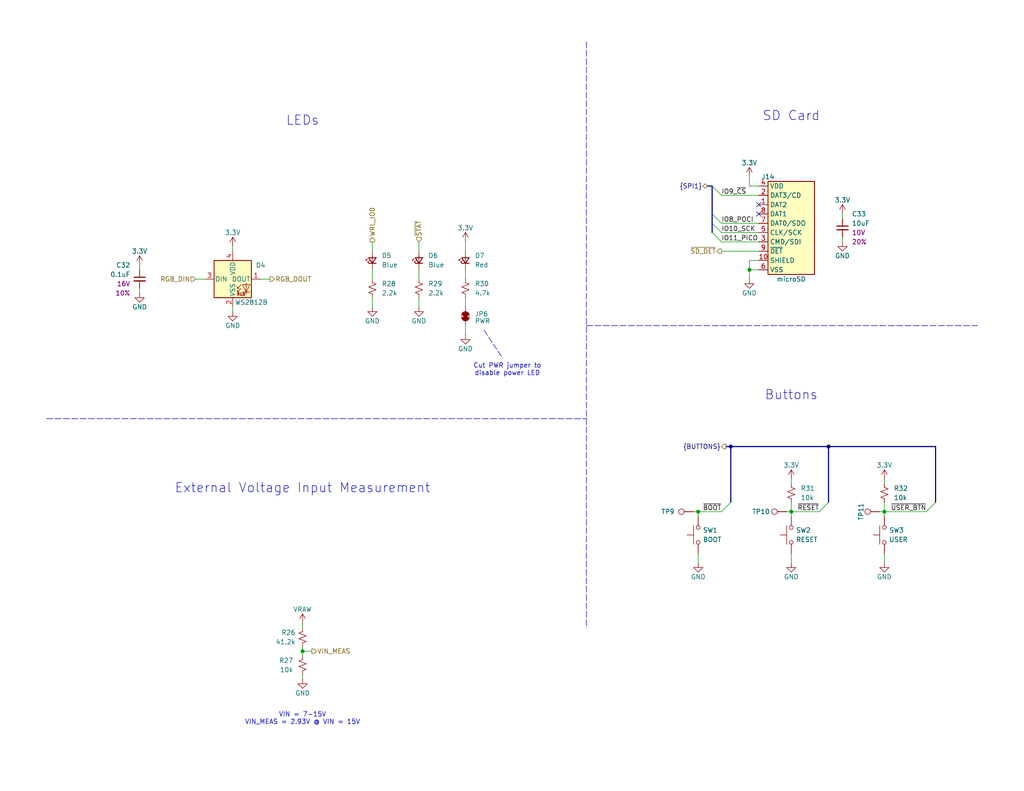
<source format=kicad_sch>
(kicad_sch (version 20231120) (generator "eeschema") (generator_version "8.0")
  (paper "USLetter")
  (title_block (title "Peripheral Components") (date "2024-12-03") (rev "v01") (company "SparkFun Electronics") (comment 1 "Designed by: Alex Brudner"))
  (lib_symbols
    (symbol "SparkFun-Capacitor:0.1uF_0402_16V_10%" (pin_numbers hide) (pin_names (offset 0.254))
      (property "Reference" "C" (at 0.635 2.54 0))
      (property "Value" "0.1uF" (at 0.635 -2.54 0))
      (property "Voltage" "16V" (at 0 -6.35 0))
      (property "Tolerance" "10%" (at 0 -8.89 0))
      (symbol "0.1uF_0402_16V_10%_0_1"
        (polyline (pts (xy -1.524 -0.508) (xy 1.524 -0.508)) (stroke (width 0.3302)))
        (polyline (pts (xy -1.524 0.508) (xy 1.524 0.508)) (stroke (width 0.3048)))
      )
      (symbol "0.1uF_0402_16V_10%_1_1"
        (pin passive line (at 0 2.54 270) (length 2.032) (name "~") (number "1"))
        (pin passive line (at 0 -2.54 90) (length 2.032) (name "~") (number "2"))
      )
    )
    (symbol "SparkFun-Capacitor:10uF_0603_10V_20%" (pin_numbers hide) (pin_names (offset 0.254))
      (property "Reference" "C" (at 0.635 2.54 0))
      (property "Value" "10uF" (at 0.635 -2.54 0))
      (property "Voltage" "10V" (at 0 -6.35 0))
      (property "Tolerance" "20%" (at 0 -8.89 0))
      (symbol "10uF_0603_10V_20%_0_1"
        (polyline (pts (xy -1.524 -0.508) (xy 1.524 -0.508)) (stroke (width 0.3302)))
        (polyline (pts (xy -1.524 0.508) (xy 1.524 0.508)) (stroke (width 0.3048)))
      )
      (symbol "10uF_0603_10V_20%_1_1"
        (pin passive line (at 0 2.54 270) (length 2.032) (name "~") (number "1"))
        (pin passive line (at 0 -2.54 90) (length 2.032) (name "~") (number "2"))
      )
    )
    (symbol "SparkFun-Connector:TestPoint_1.0mm" (pin_numbers hide) (pin_names (offset 0.762) hide)
      (property "Reference" "TP" (at 0 5.08 0))
      (symbol "TestPoint_1.0mm_0_1"
        (circle (center 0 3.302) (radius 0.762))
      )
      (symbol "TestPoint_1.0mm_1_1"
        (pin passive line (at 0 0 90) (length 2.54) (name "1") (number "1"))
      )
    )
    (symbol "SparkFun-Connector:microSD_PushPush"
      (property "Reference" "J" (at -6.35 15.24 0))
      (property "Value" "microSD" (at 0 -12.7 0))
      (symbol "microSD_PushPush_1_1"
        (rectangle (start -6.35 13.97) (end 6.35 -11.43) (stroke (width 0.254)) (fill (type background)))
        (pin bidirectional line (at -8.89 7.62 0) (length 2.54) (name "DAT2") (number "1"))
        (pin passive line (at -8.89 -7.62 0) (length 2.54) (name "SHIELD") (number "10"))
        (pin bidirectional line (at -8.89 10.16 0) (length 2.54) (name "DAT3/CD") (number "2"))
        (pin input line (at -8.89 -2.54 0) (length 2.54) (name "CMD/SDI") (number "3"))
        (pin power_in line (at -8.89 12.7 0) (length 2.54) (name "VDD") (number "4"))
        (pin input line (at -8.89 0 0) (length 2.54) (name "CLK/SCK") (number "5"))
        (pin power_in line (at -8.89 -10.16 0) (length 2.54) (name "VSS") (number "6"))
        (pin bidirectional line (at -8.89 2.54 0) (length 2.54) (name "DAT0/SDO") (number "7"))
        (pin bidirectional line (at -8.89 5.08 0) (length 2.54) (name "DAT1") (number "8"))
        (pin passive line (at -8.89 -5.08 0) (length 2.54) (name "~{DET}") (number "9"))
      )
    )
    (symbol "SparkFun-Jumper:SolderJumper_2_Bridged" (pin_numbers hide) (pin_names (offset 0) hide)
      (property "Reference" "JP" (at 0 2.032 0))
      (property "Value" "~" (at 0 -2.54 0))
      (symbol "SolderJumper_2_Bridged_0_1"
        (rectangle (start -0.508 0.508) (end 0.508 -0.508) (fill (type outline)))
        (arc (start -0.254 1.016) (mid -1.2656 0) (end -0.254 -1.016))
        (arc (start -0.254 1.016) (mid -1.2656 0) (end -0.254 -1.016) (fill (type outline)))
        (polyline (pts (xy -0.254 1.016) (xy -0.254 -1.016)))
        (polyline (pts (xy 0.254 1.016) (xy 0.254 -1.016)))
        (arc (start 0.254 -1.016) (mid 1.2656 0) (end 0.254 1.016))
        (arc (start 0.254 -1.016) (mid 1.2656 0) (end 0.254 1.016) (fill (type outline)))
      )
      (symbol "SolderJumper_2_Bridged_1_1"
        (pin passive line (at -2.54 0 0) (length 1.27) (name "A") (number "1"))
        (pin passive line (at 2.54 0 180) (length 1.27) (name "B") (number "2"))
      )
    )
    (symbol "SparkFun-LED:LED_Blue_0603" (pin_numbers hide) (pin_names (offset 1.016) hide)
      (property "Reference" "D" (at 0 2.54 0))
      (property "Value" "Blue" (at 0 -2.54 0))
      (symbol "LED_Blue_0603_0_1"
        (polyline (pts (xy -0.762 -1.016) (xy -0.762 1.016)) (stroke (width 0.254)))
        (polyline (pts (xy 1.016 0) (xy -0.762 0)))
        (polyline (pts (xy 0.762 -1.016) (xy -0.762 0) (xy 0.762 1.016) (xy 0.762 -1.016)) (stroke (width 0.254)))
        (polyline (pts (xy 0 0.762) (xy -0.508 1.27) (xy -0.254 1.27) (xy -0.508 1.27) (xy -0.508 1.016)))
        (polyline (pts (xy 0.508 1.27) (xy 0 1.778) (xy 0.254 1.778) (xy 0 1.778) (xy 0 1.524)))
      )
      (symbol "LED_Blue_0603_1_1"
        (pin passive line (at -2.54 0 0) (length 1.778) (name "K") (number "1"))
        (pin passive line (at 2.54 0 180) (length 1.778) (name "A") (number "2"))
      )
    )
    (symbol "SparkFun-LED:LED_Red_0603" (pin_numbers hide) (pin_names (offset 1.016) hide)
      (property "Reference" "D" (at 0 2.54 0))
      (property "Value" "Red" (at 0 -2.54 0))
      (symbol "LED_Red_0603_0_1"
        (polyline (pts (xy -0.762 -1.016) (xy -0.762 1.016)) (stroke (width 0.254)))
        (polyline (pts (xy 1.016 0) (xy -0.762 0)))
        (polyline (pts (xy 0.762 -1.016) (xy -0.762 0) (xy 0.762 1.016) (xy 0.762 -1.016)) (stroke (width 0.254)))
        (polyline (pts (xy 0 0.762) (xy -0.508 1.27) (xy -0.254 1.27) (xy -0.508 1.27) (xy -0.508 1.016)))
        (polyline (pts (xy 0.508 1.27) (xy 0 1.778) (xy 0.254 1.778) (xy 0 1.778) (xy 0 1.524)))
      )
      (symbol "LED_Red_0603_1_1"
        (pin passive line (at -2.54 0 0) (length 1.778) (name "K") (number "1"))
        (pin passive line (at 2.54 0 180) (length 1.778) (name "A") (number "2"))
      )
    )
    (symbol "SparkFun-LED:WS2812B_2020" (pin_names (offset 0.254))
      (property "Reference" "D" (at -5.08 6.35 0))
      (property "Value" "WS2812B" (at 5.08 -6.35 0))
      (symbol "WS2812B_2020_0_0"
        (text "RGB" (at 2.286 -4.191 0) (effects (font (size 0.762 0.762))))
      )
      (symbol "WS2812B_2020_0_1"
        (polyline (pts (xy 1.27 -3.556) (xy 1.778 -3.556)))
        (polyline (pts (xy 1.27 -2.54) (xy 1.778 -2.54)))
        (polyline (pts (xy 4.699 -3.556) (xy 2.667 -3.556)))
        (polyline (pts (xy 2.286 -2.54) (xy 1.27 -3.556) (xy 1.27 -3.048)))
        (polyline (pts (xy 2.286 -1.524) (xy 1.27 -2.54) (xy 1.27 -2.032)))
        (polyline (pts (xy 3.683 -1.016) (xy 3.683 -3.556) (xy 3.683 -4.064)))
        (polyline (pts (xy 4.699 -1.524) (xy 2.667 -1.524) (xy 3.683 -3.556) (xy 4.699 -1.524)))
        (rectangle (start 5.08 5.08) (end -5.08 -5.08) (stroke (width 0.254)) (fill (type background)))
      )
      (symbol "WS2812B_2020_1_1"
        (pin output line (at 7.62 0 180) (length 2.54) (name "DOUT") (number "1"))
        (pin power_in line (at 0 -7.62 90) (length 2.54) (name "VSS") (number "2"))
        (pin input line (at -7.62 0 0) (length 2.54) (name "DIN") (number "3"))
        (pin power_in line (at 0 7.62 270) (length 2.54) (name "VDD") (number "4"))
      )
    )
    (symbol "SparkFun-PowerSymbol:3.3V" (power) (pin_names (offset 0))
      (property "Value" "3.3V" (at 0 3.81 0))
      (symbol "3.3V_0_1"
        (polyline (pts (xy -0.762 1.27) (xy 0 2.54)))
        (polyline (pts (xy 0 0) (xy 0 2.54)))
        (polyline (pts (xy 0 2.54) (xy 0.762 1.27)))
      )
      (symbol "3.3V_1_1"
        (pin power_in line (at 0 0 90) (length 0) hide (name "3.3V") (number "1"))
      )
    )
    (symbol "SparkFun-PowerSymbol:VRAW" (power) (pin_names (offset 0))
      (property "Value" "VRAW" (at 0 3.81 0))
      (symbol "VRAW_0_1"
        (polyline (pts (xy -0.762 1.27) (xy 0 2.54)))
        (polyline (pts (xy 0 0) (xy 0 2.54)))
        (polyline (pts (xy 0 2.54) (xy 0.762 1.27)))
      )
      (symbol "VRAW_1_1"
        (pin power_in line (at 0 0 90) (length 0) hide (name "VRAW") (number "1"))
      )
    )
    (symbol "SparkFun-Resistor:10k_0402" (pin_numbers hide) (pin_names (offset 0))
      (property "Reference" "R" (at 0 -2.54 0))
      (property "Value" "10k" (at 0 2.54 0))
      (symbol "10k_0402_0_1"
        (polyline (pts (xy -1.524 0) (xy -1.143 1.016) (xy -0.762 0) (xy -0.381 -1.016) (xy 0 0)))
        (polyline (pts (xy 0 0) (xy 0.381 1.016) (xy 0.762 0) (xy 1.143 -1.016) (xy 1.524 0)))
      )
      (symbol "10k_0402_1_1"
        (pin passive line (at -2.54 0 0) (length 1.016) (name "~") (number "1"))
        (pin passive line (at 2.54 0 180) (length 1.016) (name "~") (number "2"))
      )
    )
    (symbol "SparkFun-Resistor:2.2k_0402" (pin_numbers hide) (pin_names (offset 0))
      (property "Reference" "R" (at 0 -2.54 0))
      (property "Value" "2.2k" (at 0 2.54 0))
      (symbol "2.2k_0402_0_1"
        (polyline (pts (xy -1.524 0) (xy -1.143 1.016) (xy -0.762 0) (xy -0.381 -1.016) (xy 0 0)))
        (polyline (pts (xy 0 0) (xy 0.381 1.016) (xy 0.762 0) (xy 1.143 -1.016) (xy 1.524 0)))
      )
      (symbol "2.2k_0402_1_1"
        (pin passive line (at -2.54 0 0) (length 1.016) (name "~") (number "1"))
        (pin passive line (at 2.54 0 180) (length 1.016) (name "~") (number "2"))
      )
    )
    (symbol "SparkFun-Resistor:4.7k_0402" (pin_numbers hide) (pin_names (offset 0))
      (property "Reference" "R" (at 0 -2.54 0))
      (property "Value" "4.7k" (at 0 2.54 0))
      (symbol "4.7k_0402_0_1"
        (polyline (pts (xy -1.524 0) (xy -1.143 1.016) (xy -0.762 0) (xy -0.381 -1.016) (xy 0 0)))
        (polyline (pts (xy 0 0) (xy 0.381 1.016) (xy 0.762 0) (xy 1.143 -1.016) (xy 1.524 0)))
      )
      (symbol "4.7k_0402_1_1"
        (pin passive line (at -2.54 0 0) (length 1.016) (name "~") (number "1"))
        (pin passive line (at 2.54 0 180) (length 1.016) (name "~") (number "2"))
      )
    )
    (symbol "SparkFun-Resistor:41.2k_0402" (pin_numbers hide) (pin_names (offset 0))
      (property "Reference" "R" (at 0 -2.54 0))
      (property "Value" "41.2k" (at 0 2.54 0))
      (symbol "41.2k_0402_0_1"
        (polyline (pts (xy -1.524 0) (xy -1.143 1.016) (xy -0.762 0) (xy -0.381 -1.016) (xy 0 0)))
        (polyline (pts (xy 0 0) (xy 0.381 1.016) (xy 0.762 0) (xy 1.143 -1.016) (xy 1.524 0)))
      )
      (symbol "41.2k_0402_1_1"
        (pin passive line (at -2.54 0 0) (length 1.016) (name "~") (number "1"))
        (pin passive line (at 2.54 0 180) (length 1.016) (name "~") (number "2"))
      )
    )
    (symbol "SparkFun-Switch:SPST_Push_SMD_5.2x5.2mm_h2.5mm" (pin_numbers hide) (pin_names (offset 0) hide)
      (property "Reference" "SW" (at 0 5.08 0))
      (property "Value" "SMD_5.2x5.2mm_h2.5mm" (at 0 -2.54 0))
      (symbol "SPST_Push_SMD_5.2x5.2mm_h2.5mm_0_1"
        (circle (center -2.032 0) (radius 0.508))
        (polyline (pts (xy 0 1.27) (xy 0 3.048)))
        (polyline (pts (xy 2.54 1.27) (xy -2.54 1.27)))
        (circle (center 2.032 0) (radius 0.508))
        (pin passive line (at -5.08 0 0) (length 2.54) (name "1") (number "1"))
      )
      (symbol "SPST_Push_SMD_5.2x5.2mm_h2.5mm_1_1"
        (pin passive line (at 5.08 0 180) (length 2.54) (name "2") (number "2"))
      )
    )
    (symbol "power:GND" (power) (pin_numbers hide) (pin_names (offset 0) hide)
      (property "Value" "GND" (at 0 -3.81 0))
      (symbol "GND_0_1"
        (polyline (pts (xy 0 0) (xy 0 -1.27) (xy 1.27 -1.27) (xy 0 -2.54) (xy -1.27 -1.27) (xy 0 -1.27)))
      )
      (symbol "GND_1_1"
        (pin power_in line (at 0 0 270) (length 0) (name "~") (number "1"))
      )
    )
  )
  (bus_alias "BUTTONS" (members "~{BOOT}" "~{RESET}" "~{USER_BTN}"))
  (junction (at 82.55 177.8))
  (junction (at 190.5 139.7))
  (junction (at 204.47 73.66))
  (junction (at 215.9 139.7))
  (junction (at 226.06 121.92))
  (junction (at 241.3 139.7))
  (junction (at 199.39 121.92))
  (no_connect (at 207.01 55.88))
  (no_connect (at 207.01 58.42))
  (bus_entry (at 196.85 139.7) (size 2.54 -2.54))
  (bus_entry (at 194.31 50.8) (size 2.54 2.54))
  (bus_entry (at 252.73 139.7) (size 2.54 -2.54))
  (bus_entry (at 196.85 63.5) (size -2.54 -2.54))
  (bus_entry (at 196.85 60.96) (size -2.54 -2.54))
  (bus_entry (at 223.52 139.7) (size 2.54 -2.54))
  (bus_entry (at 196.85 66.04) (size -2.54 -2.54))
  (wire (pts (xy 241.3 151.13) (xy 241.3 153.67)))
  (polyline (pts (xy 160.02 88.9) (xy 266.7 88.9)) (stroke (width 0) (type dash)))
  (wire (pts (xy 101.6 73.66) (xy 101.6 76.2)))
  (bus (pts (xy 226.06 137.16) (xy 226.06 121.92)))
  (wire (pts (xy 63.5 67.31) (xy 63.5 68.58)))
  (wire (pts (xy 82.55 177.8) (xy 82.55 179.07)))
  (wire (pts (xy 82.55 184.15) (xy 82.55 185.42)))
  (wire (pts (xy 114.3 81.28) (xy 114.3 83.82)))
  (wire (pts (xy 127 81.28) (xy 127 83.82)))
  (wire (pts (xy 241.3 139.7) (xy 252.73 139.7)))
  (bus (pts (xy 226.06 121.92) (xy 255.27 121.92)))
  (wire (pts (xy 215.9 137.16) (xy 215.9 139.7)))
  (wire (pts (xy 215.9 139.7) (xy 223.52 139.7)))
  (wire (pts (xy 101.6 81.28) (xy 101.6 83.82)))
  (wire (pts (xy 82.55 177.8) (xy 85.09 177.8)))
  (bus (pts (xy 199.39 121.92) (xy 226.06 121.92)))
  (wire (pts (xy 101.6 66.04) (xy 101.6 68.58)))
  (bus (pts (xy 194.31 58.42) (xy 194.31 60.96)))
  (wire (pts (xy 215.9 151.13) (xy 215.9 153.67)))
  (wire (pts (xy 71.12 76.2) (xy 73.66 76.2)))
  (wire (pts (xy 38.1 72.39) (xy 38.1 73.66)))
  (wire (pts (xy 127 88.9) (xy 127 91.44)))
  (wire (pts (xy 215.9 139.7) (xy 215.9 140.97)))
  (wire (pts (xy 215.9 130.81) (xy 215.9 132.08)))
  (wire (pts (xy 196.85 66.04) (xy 207.01 66.04)))
  (wire (pts (xy 82.55 170.18) (xy 82.55 171.45)))
  (bus (pts (xy 194.31 60.96) (xy 194.31 63.5)))
  (wire (pts (xy 196.85 63.5) (xy 207.01 63.5)))
  (wire (pts (xy 63.5 83.82) (xy 63.5 85.09)))
  (wire (pts (xy 229.87 58.42) (xy 229.87 59.69)))
  (wire (pts (xy 204.47 73.66) (xy 207.01 73.66)))
  (wire (pts (xy 114.3 66.04) (xy 114.3 68.58)))
  (wire (pts (xy 190.5 139.7) (xy 196.85 139.7)))
  (wire (pts (xy 190.5 151.13) (xy 190.5 153.67)))
  (wire (pts (xy 204.47 50.8) (xy 204.47 48.26)))
  (bus (pts (xy 198.12 121.92) (xy 199.39 121.92)))
  (wire (pts (xy 196.85 60.96) (xy 207.01 60.96)))
  (wire (pts (xy 204.47 73.66) (xy 204.47 71.12)))
  (wire (pts (xy 127 73.66) (xy 127 76.2)))
  (wire (pts (xy 127 66.04) (xy 127 68.58)))
  (bus (pts (xy 199.39 137.16) (xy 199.39 121.92)))
  (polyline (pts (xy 12.7 114.3) (xy 160.02 114.3)) (stroke (width 0) (type dash)))
  (wire (pts (xy 214.63 139.7) (xy 215.9 139.7)))
  (bus (pts (xy 194.31 50.8) (xy 194.31 58.42)))
  (wire (pts (xy 38.1 78.74) (xy 38.1 80.01)))
  (wire (pts (xy 240.03 139.7) (xy 241.3 139.7)))
  (wire (pts (xy 229.87 64.77) (xy 229.87 66.04)))
  (wire (pts (xy 190.5 139.7) (xy 190.5 140.97)))
  (wire (pts (xy 241.3 130.81) (xy 241.3 132.08)))
  (wire (pts (xy 204.47 71.12) (xy 207.01 71.12)))
  (bus (pts (xy 193.04 50.8) (xy 194.31 50.8)))
  (wire (pts (xy 196.85 68.58) (xy 207.01 68.58)))
  (wire (pts (xy 241.3 139.7) (xy 241.3 140.97)))
  (polyline (pts (xy 132.08 90.17) (xy 137.16 97.79)) (stroke (width 0) (type dash)))
  (wire (pts (xy 241.3 137.16) (xy 241.3 139.7)))
  (wire (pts (xy 204.47 76.2) (xy 204.47 73.66)))
  (wire (pts (xy 189.23 139.7) (xy 190.5 139.7)))
  (wire (pts (xy 53.34 76.2) (xy 55.88 76.2)))
  (polyline (pts (xy 160.02 11.43) (xy 160.02 171.45)) (stroke (width 0) (type dash)))
  (bus (pts (xy 255.27 121.92) (xy 255.27 137.16)))
  (wire (pts (xy 207.01 50.8) (xy 204.47 50.8)))
  (wire (pts (xy 82.55 176.53) (xy 82.55 177.8)))
  (wire (pts (xy 114.3 73.66) (xy 114.3 76.2)))
  (wire (pts (xy 196.85 53.34) (xy 207.01 53.34)))
  (text "Buttons" (at 215.9 107.95 0) (effects (font (size 2.54 2.54))))
  (text "VIN = 7-15V\nVIN_MEAS = 2.93V @ VIN = 15V" (at 82.55 196.215 0) (effects (font (size 1.27 1.27))))
  (text "SD Card" (at 215.9 31.75 0) (effects (font (size 2.54 2.54))))
  (text "Cut PWR jumper to\ndisable power LED" (at 138.43 100.965 0) (effects (font (size 1.27 1.27))))
  (text "LEDs" (at 82.55 33.02 0) (effects (font (size 2.54 2.54))))
  (text "External Voltage Input Measurement" (at 82.55 133.35 0) (effects (font (size 2.54 2.54))))
  (label "~{USER_BTN}" (at 252.73 139.7 180))
  (label "IO8_POCI" (at 196.85 60.96 0))
  (label "~{BOOT}" (at 196.85 139.7 180))
  (label "IO9_~{CS}" (at 196.85 53.34 0))
  (label "IO10_SCK" (at 196.85 63.5 0))
  (label "~{RESET}" (at 223.52 139.7 180))
  (label "IO11_PICO" (at 196.85 66.04 0))
  (hierarchical_label "RGB_DOUT" (shape output) (at 73.66 76.2 0))
  (hierarchical_label "{SPI1}" (shape bidirectional) (at 193.04 50.8 180))
  (hierarchical_label "~{STAT}" (shape input) (at 114.3 66.04 90))
  (hierarchical_label "RGB_DIN" (shape input) (at 53.34 76.2 180))
  (hierarchical_label "VIN_MEAS" (shape output) (at 85.09 177.8 0))
  (hierarchical_label "WRL_IO0" (shape output) (at 101.6 66.04 90))
  (hierarchical_label "{BUTTONS}" (shape output) (at 198.12 121.92 180))
  (hierarchical_label "~{SD_DET}" (shape output) (at 196.85 68.58 180))
  (symbol (lib_id "SparkFun-Capacitor:0.1uF_0402_16V_10%") (at 38.1 76.2 0) (mirror y) (unit 1)
    (property "Reference" "C32" (at 35.56 72.3962 0) (effects (justify left)))
    (property "Value" "0.1uF" (at 35.56 74.9362 0) (effects (justify left)))
    (property "Footprint" "SparkFun-Capacitor:C_0402_1005Metric" (effects (hide yes)))
    (property "Datasheet" "https://cdn.sparkfun.com/assets/8/a/4/a/5/Kemet_Capacitor_Datasheet.pdf" (effects (hide yes)))
    (property "Description" "Unpolarized capacitor" (effects (hide yes)))
    (property "PROD_ID" "CAP-12416" (effects (hide yes)))
    (property "Voltage" "16V" (at 35.56 77.4762 0) (effects (justify left)))
    (property "Tolerance" "10%" (at 35.56 80.0162 0) (effects (justify left)))
  )
  (symbol (lib_id "power:GND") (at 82.55 185.42 0) (unit 1)
    (property "Reference" "#PWR0113" (effects (hide yes)))
    (property "Value" "GND" (at 82.55 189.23 0))
    (property "Description" "Power symbol creates a global label with name \"GND\" , ground" (effects (hide yes)))
  )
  (symbol (lib_id "SparkFun-Resistor:41.2k_0402") (at 82.55 173.99 270) (mirror x) (unit 1)
    (property "Reference" "R26" (at 80.645 172.72 90) (effects (justify right)))
    (property "Value" "41.2k" (at 80.645 175.26 90) (effects (justify right)))
    (property "Footprint" "SparkFun-Resistor:R_0402_1005Metric" (effects (hide yes)))
    (property "Datasheet" "https://www.yageo.com/upload/media/product/products/datasheet/rchip/PYu-RC_Group_51_RoHS_L_12.pdf" (effects (hide yes)))
    (property "Description" "Resistor" (effects (hide yes)))
    (property "PROD_ID" "RES-15010" (effects (hide yes)))
  )
  (symbol (lib_id "power:GND") (at 204.47 76.2 0) (unit 1)
    (property "Reference" "#PWR0120" (effects (hide yes)))
    (property "Value" "GND" (at 204.47 80.01 0))
    (property "Description" "Power symbol creates a global label with name \"GND\" , ground" (effects (hide yes)))
  )
  (symbol (lib_id "power:GND") (at 38.1 80.01 0) (unit 1)
    (property "Reference" "#PWR0109" (effects (hide yes)))
    (property "Value" "GND" (at 38.1 83.82 0))
    (property "Description" "Power symbol creates a global label with name \"GND\" , ground" (effects (hide yes)))
  )
  (symbol (lib_id "SparkFun-PowerSymbol:3.3V") (at 215.9 130.81 0) (unit 1)
    (property "Reference" "#PWR0121" (effects (hide yes)))
    (property "Value" "3.3V" (at 215.9 127 0))
    (property "Description" "Power symbol creates a global label with name \"3.3V\"" (effects (hide yes)))
  )
  (symbol (lib_id "SparkFun-Resistor:4.7k_0402") (at 127 78.74 90) (unit 1)
    (property "Reference" "R30" (at 129.54 77.4699 90) (effects (justify right)))
    (property "Value" "4.7k" (at 129.54 80.0099 90) (effects (justify right)))
    (property "Footprint" "SparkFun-Resistor:R_0402_1005Metric" (effects (hide yes)))
    (property "Datasheet" "https://www.vishay.com/docs/20035/dcrcwe3.pdf" (effects (hide yes)))
    (property "Description" "Resistor" (effects (hide yes)))
    (property "PROD_ID" "RES-15343" (effects (hide yes)))
  )
  (symbol (lib_id "SparkFun-Resistor:10k_0402") (at 82.55 181.61 270) (mirror x) (unit 1)
    (property "Reference" "R27" (at 80.01 180.3399 90) (effects (justify right)))
    (property "Value" "10k" (at 80.01 182.8799 90) (effects (justify right)))
    (property "Footprint" "SparkFun-Resistor:R_0402_1005Metric" (effects (hide yes)))
    (property "Datasheet" "https://www.vishay.com/docs/20035/dcrcwe3.pdf" (effects (hide yes)))
    (property "Description" "Resistor" (effects (hide yes)))
    (property "PROD_ID" "RES-14241" (effects (hide yes)))
  )
  (symbol (lib_id "SparkFun-Jumper:SolderJumper_2_Bridged") (at 127 86.36 90) (unit 1)
    (property "Reference" "JP6" (at 129.54 85.7249 90) (effects (justify right)))
    (property "Value" "PWR" (at 129.54 87.63 90) (effects (justify right)))
    (property "Footprint" "SparkFun-Jumper:Jumper_2_NC_Trace" (effects (hide yes)))
    (property "Description" "Solder Jumper, 2-pole, closed/bridged" (effects (hide yes)))
  )
  (symbol (lib_id "SparkFun-LED:LED_Blue_0603") (at 114.3 71.12 90) (unit 1)
    (property "Reference" "D6" (at 116.84 69.7864 90) (effects (justify right)))
    (property "Value" "Blue" (at 116.84 72.3264 90) (effects (justify right)))
    (property "Footprint" "SparkFun-LED:LED_0603_1608Metric_Blue" (effects (hide yes)))
    (property "Datasheet" "https://media.digikey.com/pdf/Data%20Sheets/Rohm%20PDFs/SMLE12_Series_Rev2.0_2007.pdf" (effects (hide yes)))
    (property "Description" "Light emitting diode" (effects (hide yes)))
    (property "PROD_ID" "DIO-08575" (effects (hide yes)))
  )
  (symbol (lib_id "SparkFun-LED:WS2812B_2020") (at 63.5 76.2 0) (unit 1)
    (property "Reference" "D4" (at 71.12 72.4214 0))
    (property "Value" "WS2812B" (at 68.58 82.55 0))
    (property "Footprint" "SparkFun-LED:WS2812_2020" (effects (hide yes)))
    (property "Datasheet" "https://cdn.sparkfun.com/assets/e/1/0/f/b/WS2812C-2020_V1.2_EN_19112716191654.pdf" (effects (hide yes)))
    (property "Description" "RGB LED with integrated controller" (effects (hide yes)))
    (property "PROD_ID" "DIO-15591" (effects (hide yes)))
  )
  (symbol (lib_id "power:GND") (at 229.87 66.04 0) (unit 1)
    (property "Reference" "#PWR0124" (effects (hide yes)))
    (property "Value" "GND" (at 229.87 69.85 0))
    (property "Description" "Power symbol creates a global label with name \"GND\" , ground" (effects (hide yes)))
  )
  (symbol (lib_id "power:GND") (at 190.5 153.67 0) (unit 1)
    (property "Reference" "#PWR0118" (effects (hide yes)))
    (property "Value" "GND" (at 190.5 157.48 0))
    (property "Description" "Power symbol creates a global label with name \"GND\" , ground" (effects (hide yes)))
  )
  (symbol (lib_id "power:GND") (at 63.5 85.09 0) (unit 1)
    (property "Reference" "#PWR0111" (effects (hide yes)))
    (property "Value" "GND" (at 63.5 88.9 0))
    (property "Description" "Power symbol creates a global label with name \"GND\" , ground" (effects (hide yes)))
  )
  (symbol (lib_id "SparkFun-Capacitor:10uF_0603_10V_20%") (at 229.87 62.23 0) (unit 1)
    (property "Reference" "C33" (at 232.41 58.4262 0) (effects (justify left)))
    (property "Value" "10uF" (at 232.41 60.9662 0) (effects (justify left)))
    (property "Footprint" "SparkFun-Capacitor:C_0603_1608Metric" (effects (hide yes)))
    (property "Datasheet" "https://cdn.sparkfun.com/assets/8/a/4/a/5/Kemet_Capacitor_Datasheet.pdf" (effects (hide yes)))
    (property "Description" "Unpolarized capacitor" (effects (hide yes)))
    (property "PROD_ID" "CAP-20155" (effects (hide yes)))
    (property "Voltage" "10V" (at 232.41 63.5062 0) (effects (justify left)))
    (property "Tolerance" "20%" (at 232.41 66.0462 0) (effects (justify left)))
  )
  (symbol (lib_id "power:GND") (at 101.6 83.82 0) (unit 1)
    (property "Reference" "#PWR0114" (effects (hide yes)))
    (property "Value" "GND" (at 101.6 87.63 0))
    (property "Description" "Power symbol creates a global label with name \"GND\" , ground" (effects (hide yes)))
  )
  (symbol (lib_id "SparkFun-Switch:SPST_Push_SMD_5.2x5.2mm_h2.5mm") (at 241.3 146.05 90) (unit 1)
    (property "Reference" "SW3" (at 242.57 144.7799 90) (effects (justify right)))
    (property "Value" "USER" (at 242.57 147.3199 90) (effects (justify right)))
    (property "Footprint" "SparkFun-Switch:Push_SMD_5.2x5.2mm_h2.5mm" (effects (hide yes)))
    (property "Description" "Single Pole Single Throw (SPST) switch" (effects (hide yes)))
    (property "PROD_ID" "SWCH-14139" (effects (hide yes)))
  )
  (symbol (lib_id "SparkFun-PowerSymbol:VRAW") (at 82.55 170.18 0) (unit 1)
    (property "Reference" "#PWR0112" (effects (hide yes)))
    (property "Value" "VRAW" (at 82.55 166.37 0))
    (property "Description" "Power symbol creates a global label with name \"VRAW\"" (effects (hide yes)))
  )
  (symbol (lib_id "SparkFun-PowerSymbol:3.3V") (at 38.1 72.39 0) (unit 1)
    (property "Reference" "#PWR0108" (effects (hide yes)))
    (property "Value" "3.3V" (at 38.1 68.58 0))
    (property "Description" "Power symbol creates a global label with name \"3.3V\"" (effects (hide yes)))
  )
  (symbol (lib_id "SparkFun-LED:LED_Blue_0603") (at 101.6 71.12 90) (unit 1)
    (property "Reference" "D5" (at 104.14 69.7864 90) (effects (justify right)))
    (property "Value" "Blue" (at 104.14 72.3264 90) (effects (justify right)))
    (property "Footprint" "SparkFun-LED:LED_0603_1608Metric_Blue" (effects (hide yes)))
    (property "Datasheet" "https://media.digikey.com/pdf/Data%20Sheets/Rohm%20PDFs/SMLE12_Series_Rev2.0_2007.pdf" (effects (hide yes)))
    (property "Description" "Light emitting diode" (effects (hide yes)))
    (property "PROD_ID" "DIO-08575" (effects (hide yes)))
  )
  (symbol (lib_id "SparkFun-Connector:TestPoint_1.0mm") (at 214.63 139.7 90) (unit 1)
    (property "Reference" "TP10" (at 207.645 139.7 90))
    (property "Value" "1.0mm" (effects (hide yes)))
    (property "Footprint" "SparkFun-Connector:TestPoint-1.0mm" (effects (hide yes)))
    (property "Description" "Test Point" (effects (hide yes)))
  )
  (symbol (lib_id "SparkFun-PowerSymbol:3.3V") (at 229.87 58.42 0) (unit 1)
    (property "Reference" "#PWR0123" (effects (hide yes)))
    (property "Value" "3.3V" (at 229.87 54.61 0))
    (property "Description" "Power symbol creates a global label with name \"3.3V\"" (effects (hide yes)))
  )
  (symbol (lib_id "SparkFun-PowerSymbol:3.3V") (at 127 66.04 0) (unit 1)
    (property "Reference" "#PWR0116" (effects (hide yes)))
    (property "Value" "3.3V" (at 127 62.23 0))
    (property "Description" "Power symbol creates a global label with name \"3.3V\"" (effects (hide yes)))
  )
  (symbol (lib_id "power:GND") (at 215.9 153.67 0) (unit 1)
    (property "Reference" "#PWR0122" (effects (hide yes)))
    (property "Value" "GND" (at 215.9 157.48 0))
    (property "Description" "Power symbol creates a global label with name \"GND\" , ground" (effects (hide yes)))
  )
  (symbol (lib_id "SparkFun-Connector:TestPoint_1.0mm") (at 240.03 139.7 90) (unit 1)
    (property "Reference" "TP11" (at 234.95 139.7 0))
    (property "Value" "1.0mm" (effects (hide yes)))
    (property "Footprint" "SparkFun-Connector:TestPoint-1.0mm" (effects (hide yes)))
    (property "Description" "Test Point" (effects (hide yes)))
  )
  (symbol (lib_id "SparkFun-Switch:SPST_Push_SMD_5.2x5.2mm_h2.5mm") (at 215.9 146.05 90) (unit 1)
    (property "Reference" "SW2" (at 217.17 144.7799 90) (effects (justify right)))
    (property "Value" "RESET" (at 217.17 147.3199 90) (effects (justify right)))
    (property "Footprint" "SparkFun-Switch:Push_SMD_5.2x5.2mm_h2.5mm" (effects (hide yes)))
    (property "Description" "Single Pole Single Throw (SPST) switch" (effects (hide yes)))
    (property "PROD_ID" "SWCH-14139" (effects (hide yes)))
  )
  (symbol (lib_id "power:GND") (at 127 91.44 0) (unit 1)
    (property "Reference" "#PWR0117" (effects (hide yes)))
    (property "Value" "GND" (at 127 95.25 0))
    (property "Description" "Power symbol creates a global label with name \"GND\" , ground" (effects (hide yes)))
  )
  (symbol (lib_id "SparkFun-PowerSymbol:3.3V") (at 204.47 48.26 0) (unit 1)
    (property "Reference" "#PWR0119" (effects (hide yes)))
    (property "Value" "3.3V" (at 204.47 44.45 0))
    (property "Description" "Power symbol creates a global label with name \"3.3V\"" (effects (hide yes)))
  )
  (symbol (lib_id "power:GND") (at 114.3 83.82 0) (unit 1)
    (property "Reference" "#PWR0115" (effects (hide yes)))
    (property "Value" "GND" (at 114.3 87.63 0))
    (property "Description" "Power symbol creates a global label with name \"GND\" , ground" (effects (hide yes)))
  )
  (symbol (lib_id "SparkFun-Resistor:2.2k_0402") (at 101.6 78.74 90) (unit 1)
    (property "Reference" "R28" (at 104.14 77.4699 90) (effects (justify right)))
    (property "Value" "2.2k" (at 104.14 80.0099 90) (effects (justify right)))
    (property "Footprint" "SparkFun-Resistor:R_0402_1005Metric" (effects (hide yes)))
    (property "Datasheet" "https://www.vishay.com/docs/20035/dcrcwe3.pdf" (effects (hide yes)))
    (property "Description" "Resistor" (effects (hide yes)))
    (property "PROD_ID" "RES-14341" (effects (hide yes)))
  )
  (symbol (lib_id "SparkFun-Resistor:10k_0402") (at 241.3 134.62 90) (unit 1)
    (property "Reference" "R32" (at 243.84 133.3499 90) (effects (justify right)))
    (property "Value" "10k" (at 243.84 135.8899 90) (effects (justify right)))
    (property "Footprint" "SparkFun-Resistor:R_0402_1005Metric" (effects (hide yes)))
    (property "Datasheet" "https://www.vishay.com/docs/20035/dcrcwe3.pdf" (effects (hide yes)))
    (property "Description" "Resistor" (effects (hide yes)))
    (property "PROD_ID" "RES-14241" (effects (hide yes)))
  )
  (symbol (lib_id "SparkFun-Connector:TestPoint_1.0mm") (at 189.23 139.7 90) (unit 1)
    (property "Reference" "TP9" (at 182.245 139.7 90))
    (property "Value" "1.0mm" (effects (hide yes)))
    (property "Footprint" "SparkFun-Connector:TestPoint-1.0mm" (effects (hide yes)))
    (property "Description" "Test Point" (effects (hide yes)))
  )
  (symbol (lib_id "SparkFun-Resistor:2.2k_0402") (at 114.3 78.74 90) (unit 1)
    (property "Reference" "R29" (at 116.84 77.4699 90) (effects (justify right)))
    (property "Value" "2.2k" (at 116.84 80.0099 90) (effects (justify right)))
    (property "Footprint" "SparkFun-Resistor:R_0402_1005Metric" (effects (hide yes)))
    (property "Datasheet" "https://www.vishay.com/docs/20035/dcrcwe3.pdf" (effects (hide yes)))
    (property "Description" "Resistor" (effects (hide yes)))
    (property "PROD_ID" "RES-14341" (effects (hide yes)))
  )
  (symbol (lib_id "SparkFun-Resistor:10k_0402") (at 215.9 134.62 90) (unit 1)
    (property "Reference" "R31" (at 218.44 133.3499 90) (effects (justify right)))
    (property "Value" "10k" (at 218.44 135.8899 90) (effects (justify right)))
    (property "Footprint" "SparkFun-Resistor:R_0402_1005Metric" (effects (hide yes)))
    (property "Datasheet" "https://www.vishay.com/docs/20035/dcrcwe3.pdf" (effects (hide yes)))
    (property "Description" "Resistor" (effects (hide yes)))
    (property "PROD_ID" "RES-14241" (effects (hide yes)))
  )
  (symbol (lib_id "SparkFun-PowerSymbol:3.3V") (at 63.5 67.31 0) (unit 1)
    (property "Reference" "#PWR0110" (effects (hide yes)))
    (property "Value" "3.3V" (at 63.5 63.5 0))
    (property "Description" "Power symbol creates a global label with name \"3.3V\"" (effects (hide yes)))
  )
  (symbol (lib_id "power:GND") (at 241.3 153.67 0) (unit 1)
    (property "Reference" "#PWR0126" (effects (hide yes)))
    (property "Value" "GND" (at 241.3 157.48 0))
    (property "Description" "Power symbol creates a global label with name \"GND\" , ground" (effects (hide yes)))
  )
  (symbol (lib_id "SparkFun-Connector:microSD_PushPush") (at 215.9 63.5 0) (unit 1)
    (property "Reference" "J14" (at 209.55 48.26 0))
    (property "Value" "microSD" (at 215.9 76.2 0))
    (property "Footprint" "SparkFun-Connector:microSD_External_Pin" (effects (hide yes)))
    (property "Datasheet" "https://cdn.sparkfun.com/assets/a/d/6/0/8/microSD_Datasheet_msd-1-a.pdf" (effects (hide yes)))
    (property "Description" "Micro SD socket External Pin" (effects (hide yes)))
    (property "PROD_ID" "CONN-16110" (effects (hide yes)))
  )
  (symbol (lib_id "SparkFun-LED:LED_Red_0603") (at 127 71.12 90) (unit 1)
    (property "Reference" "D7" (at 129.54 69.7864 90) (effects (justify right)))
    (property "Value" "Red" (at 129.54 72.3264 90) (effects (justify right)))
    (property "Footprint" "SparkFun-LED:LED_0603_1608Metric_Red" (effects (hide yes)))
    (property "Datasheet" "https://docs.broadcom.com/docs/AV02-0551EN" (effects (hide yes)))
    (property "Description" "Light emitting diode" (effects (hide yes)))
    (property "PROD_ID" "DIO-17976" (effects (hide yes)))
  )
  (symbol (lib_id "SparkFun-PowerSymbol:3.3V") (at 241.3 130.81 0) (unit 1)
    (property "Reference" "#PWR0125" (effects (hide yes)))
    (property "Value" "3.3V" (at 241.3 127 0))
    (property "Description" "Power symbol creates a global label with name \"3.3V\"" (effects (hide yes)))
  )
  (symbol (lib_id "SparkFun-Switch:SPST_Push_SMD_5.2x5.2mm_h2.5mm") (at 190.5 146.05 90) (unit 1)
    (property "Reference" "SW1" (at 191.77 144.7799 90) (effects (justify right)))
    (property "Value" "BOOT" (at 191.77 147.3199 90) (effects (justify right)))
    (property "Footprint" "SparkFun-Switch:Push_SMD_5.2x5.2mm_h2.5mm" (effects (hide yes)))
    (property "Description" "Single Pole Single Throw (SPST) switch" (effects (hide yes)))
    (property "PROD_ID" "SWCH-14139" (effects (hide yes)))
  )
)
</source>
